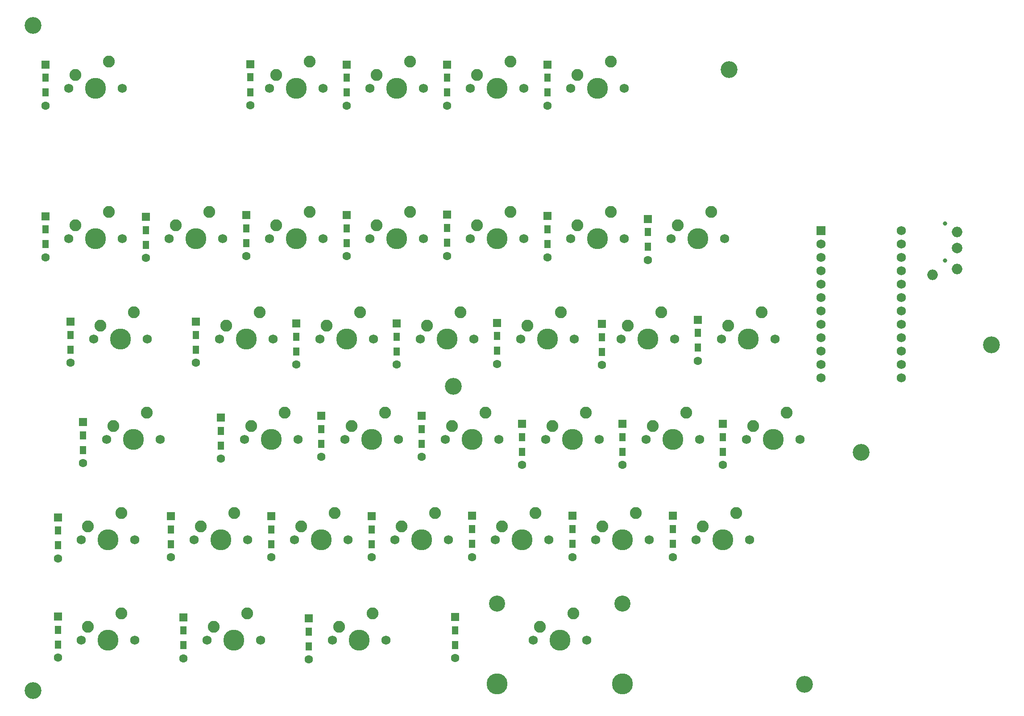
<source format=gbr>
%TF.GenerationSoftware,KiCad,Pcbnew,(5.1.4)-1*%
%TF.CreationDate,2021-04-07T12:38:03+03:00*%
%TF.ProjectId,SplitH,53706c69-7448-42e6-9b69-6361645f7063,rev?*%
%TF.SameCoordinates,Original*%
%TF.FileFunction,Soldermask,Bot*%
%TF.FilePolarity,Negative*%
%FSLAX46Y46*%
G04 Gerber Fmt 4.6, Leading zero omitted, Abs format (unit mm)*
G04 Created by KiCad (PCBNEW (5.1.4)-1) date 2021-04-07 12:38:03*
%MOMM*%
%LPD*%
G04 APERTURE LIST*
%ADD10C,1.750000*%
%ADD11C,2.250000*%
%ADD12C,3.987800*%
%ADD13C,1.752600*%
%ADD14R,1.752600X1.752600*%
%ADD15C,3.200000*%
%ADD16C,3.048000*%
%ADD17R,1.200000X1.600000*%
%ADD18C,1.600000*%
%ADD19R,1.600000X1.600000*%
%ADD20O,2.000000X2.000000*%
%ADD21C,0.800000*%
%ADD22C,2.000000*%
G04 APERTURE END LIST*
D10*
%TO.C,SW8*%
X52705200Y-57150240D03*
X42545200Y-57150240D03*
D11*
X43815200Y-54610240D03*
D12*
X47625200Y-57150240D03*
D11*
X50165200Y-52070240D03*
%TD*%
%TO.C,SW32*%
X135890000Y-71120000D03*
D12*
X133350000Y-76200000D03*
D11*
X129540000Y-73660000D03*
D10*
X128270000Y-76200000D03*
X138430000Y-76200000D03*
%TD*%
D13*
%TO.C,J1*%
X181451980Y-55626000D03*
X166211980Y-83566000D03*
X181451980Y-58166000D03*
X181451980Y-60706000D03*
X181451980Y-63246000D03*
X181451980Y-65786000D03*
X181451980Y-68326000D03*
X181451980Y-70866000D03*
X181451980Y-73406000D03*
X181451980Y-75946000D03*
X181451980Y-78486000D03*
X181451980Y-81026000D03*
X181451980Y-83566000D03*
X166211980Y-81026000D03*
X166211980Y-78486000D03*
X166211980Y-75946000D03*
X166211980Y-73406000D03*
X166211980Y-70866000D03*
X166211980Y-68326000D03*
X166211980Y-65786000D03*
X166211980Y-63246000D03*
X166211980Y-60706000D03*
X166211980Y-58166000D03*
D14*
X166211980Y-55626000D03*
%TD*%
D10*
%TO.C,SW10*%
X66992760Y-95250400D03*
X56832760Y-95250400D03*
D11*
X58102760Y-92710400D03*
D12*
X61912760Y-95250400D03*
D11*
X64452760Y-90170400D03*
%TD*%
D10*
%TO.C,SW16*%
X86042840Y-95250400D03*
X75882840Y-95250400D03*
D11*
X77152840Y-92710400D03*
D12*
X80962840Y-95250400D03*
D11*
X83502840Y-90170400D03*
%TD*%
D10*
%TO.C,SW18*%
X83661580Y-133350560D03*
X73501580Y-133350560D03*
D11*
X74771580Y-130810560D03*
D12*
X78581580Y-133350560D03*
D11*
X81121580Y-128270560D03*
%TD*%
%TO.C,SW38*%
X154940000Y-71120000D03*
D12*
X152400000Y-76200000D03*
D11*
X148590000Y-73660000D03*
D10*
X147320000Y-76200000D03*
X157480000Y-76200000D03*
%TD*%
%TO.C,SW5*%
X36036380Y-114300480D03*
X25876380Y-114300480D03*
D11*
X27146380Y-111760480D03*
D12*
X30956380Y-114300480D03*
D11*
X33496380Y-109220480D03*
%TD*%
D10*
%TO.C,SW3*%
X38417640Y-76200320D03*
X28257640Y-76200320D03*
D11*
X29527640Y-73660320D03*
D12*
X33337640Y-76200320D03*
D11*
X35877640Y-71120320D03*
%TD*%
D15*
%TO.C,REF\002A\002A*%
X96441030Y-85130060D03*
%TD*%
D11*
%TO.C,SW24*%
X119221250Y-128270000D03*
D12*
X116681250Y-133350000D03*
D11*
X112871250Y-130810000D03*
D10*
X111601250Y-133350000D03*
X121761250Y-133350000D03*
D16*
X104775000Y-126365000D03*
X128587500Y-126365000D03*
D12*
X104775000Y-141605000D03*
X128587500Y-141605000D03*
%TD*%
D17*
%TO.C,D32*%
X124618750Y-78592200D03*
X124618750Y-75792200D03*
D18*
X124618750Y-81092200D03*
D19*
X124618750Y-73292200D03*
%TD*%
D17*
%TO.C,D24*%
X96837500Y-134223450D03*
X96837500Y-131423450D03*
D18*
X96837500Y-136723450D03*
D19*
X96837500Y-128923450D03*
%TD*%
D11*
%TO.C,SW37*%
X145415000Y-52070000D03*
D12*
X142875000Y-57150000D03*
D11*
X139065000Y-54610000D03*
D10*
X137795000Y-57150000D03*
X147955000Y-57150000D03*
%TD*%
D11*
%TO.C,SW34*%
X131127500Y-109220000D03*
D12*
X128587500Y-114300000D03*
D11*
X124777500Y-111760000D03*
D10*
X123507500Y-114300000D03*
X133667500Y-114300000D03*
%TD*%
D11*
%TO.C,SW31*%
X126365000Y-52070000D03*
D12*
X123825000Y-57150000D03*
D11*
X120015000Y-54610000D03*
D10*
X118745000Y-57150000D03*
X128905000Y-57150000D03*
%TD*%
D11*
%TO.C,SW33*%
X140652500Y-90170000D03*
D12*
X138112500Y-95250000D03*
D11*
X134302500Y-92710000D03*
D10*
X133032500Y-95250000D03*
X143192500Y-95250000D03*
%TD*%
D11*
%TO.C,SW39*%
X159702500Y-90170000D03*
D12*
X157162500Y-95250000D03*
D11*
X153352500Y-92710000D03*
D10*
X152082500Y-95250000D03*
X162242500Y-95250000D03*
%TD*%
D11*
%TO.C,SW40*%
X150177500Y-109220000D03*
D12*
X147637500Y-114300000D03*
D11*
X143827500Y-111760000D03*
D10*
X142557500Y-114300000D03*
X152717500Y-114300000D03*
%TD*%
D17*
%TO.C,D31*%
X114300000Y-58142200D03*
X114300000Y-55342200D03*
D18*
X114300000Y-60642200D03*
D19*
X114300000Y-52842200D03*
%TD*%
D11*
%TO.C,SW7*%
X69215000Y-23495000D03*
D12*
X66675000Y-28575000D03*
D11*
X62865000Y-26035000D03*
D10*
X61595000Y-28575000D03*
X71755000Y-28575000D03*
%TD*%
D17*
%TO.C,D37*%
X133350000Y-58679700D03*
X133350000Y-55879700D03*
D18*
X133350000Y-61179700D03*
D19*
X133350000Y-53379700D03*
%TD*%
D17*
%TO.C,D7*%
X57943750Y-29310950D03*
X57943750Y-26510950D03*
D18*
X57943750Y-31810950D03*
D19*
X57943750Y-24010950D03*
%TD*%
D10*
%TO.C,SW21*%
X100330400Y-76200320D03*
X90170400Y-76200320D03*
D11*
X91440400Y-73660320D03*
D12*
X95250400Y-76200320D03*
D11*
X97790400Y-71120320D03*
%TD*%
D10*
%TO.C,SW25*%
X128905000Y-28575120D03*
X118745000Y-28575120D03*
D11*
X120015000Y-26035120D03*
D12*
X123825000Y-28575120D03*
D11*
X126365000Y-23495120D03*
%TD*%
D10*
%TO.C,SW26*%
X109855000Y-57150000D03*
X99695000Y-57150000D03*
D11*
X100965000Y-54610000D03*
D12*
X104775000Y-57150000D03*
D11*
X107315000Y-52070000D03*
%TD*%
D10*
%TO.C,SW14*%
X71755280Y-57150240D03*
X61595280Y-57150240D03*
D11*
X62865280Y-54610240D03*
D12*
X66675280Y-57150240D03*
D11*
X69215280Y-52070240D03*
%TD*%
D10*
%TO.C,SW2*%
X33655120Y-57150240D03*
X23495120Y-57150240D03*
D11*
X24765120Y-54610240D03*
D12*
X28575120Y-57150240D03*
D11*
X31115120Y-52070240D03*
%TD*%
D15*
%TO.C,REF\002A\002A*%
X173831980Y-97631660D03*
%TD*%
%TO.C,REF\002A\002A*%
X148828750Y-25003230D03*
%TD*%
%TO.C,REF\002A\002A*%
X16668820Y-142875600D03*
%TD*%
%TO.C,REF\002A\002A*%
X16668820Y-16668820D03*
%TD*%
%TO.C,REF\002A\002A*%
X198532550Y-77240175D03*
%TD*%
%TO.C,REF\002A\002A*%
X163116310Y-141684970D03*
%TD*%
D10*
%TO.C,SW12*%
X59848980Y-133350560D03*
X49688980Y-133350560D03*
D11*
X50958980Y-130810560D03*
D12*
X54768980Y-133350560D03*
D11*
X57308980Y-128270560D03*
%TD*%
D10*
%TO.C,SW6*%
X36036380Y-133350560D03*
X25876380Y-133350560D03*
D11*
X27146380Y-130810560D03*
D12*
X30956380Y-133350560D03*
D11*
X33496380Y-128270560D03*
%TD*%
D10*
%TO.C,SW4*%
X40798900Y-95250400D03*
X30638900Y-95250400D03*
D11*
X31908900Y-92710400D03*
D12*
X35718900Y-95250400D03*
D11*
X38258900Y-90170400D03*
%TD*%
D10*
%TO.C,SW29*%
X114617500Y-114300000D03*
X104457500Y-114300000D03*
D11*
X105727500Y-111760000D03*
D12*
X109537500Y-114300000D03*
D11*
X112077500Y-109220000D03*
%TD*%
D10*
%TO.C,SW28*%
X124142500Y-95250000D03*
X113982500Y-95250000D03*
D11*
X115252500Y-92710000D03*
D12*
X119062500Y-95250000D03*
D11*
X121602500Y-90170000D03*
%TD*%
D10*
%TO.C,SW27*%
X119380000Y-76200000D03*
X109220000Y-76200000D03*
D11*
X110490000Y-73660000D03*
D12*
X114300000Y-76200000D03*
D11*
X116840000Y-71120000D03*
%TD*%
D10*
%TO.C,SW23*%
X95567880Y-114300480D03*
X85407880Y-114300480D03*
D11*
X86677880Y-111760480D03*
D12*
X90487880Y-114300480D03*
D11*
X93027880Y-109220480D03*
%TD*%
D10*
%TO.C,SW22*%
X105092920Y-95250400D03*
X94932920Y-95250400D03*
D11*
X96202920Y-92710400D03*
D12*
X100012920Y-95250400D03*
D11*
X102552920Y-90170400D03*
%TD*%
D10*
%TO.C,SW20*%
X90805360Y-57150240D03*
X80645360Y-57150240D03*
D11*
X81915360Y-54610240D03*
D12*
X85725360Y-57150240D03*
D11*
X88265360Y-52070240D03*
%TD*%
D10*
%TO.C,SW19*%
X109855360Y-28575120D03*
X99695360Y-28575120D03*
D11*
X100965360Y-26035120D03*
D12*
X104775360Y-28575120D03*
D11*
X107315360Y-23495120D03*
%TD*%
D10*
%TO.C,SW17*%
X76517800Y-114300480D03*
X66357800Y-114300480D03*
D11*
X67627800Y-111760480D03*
D12*
X71437800Y-114300480D03*
D11*
X73977800Y-109220480D03*
%TD*%
D10*
%TO.C,SW15*%
X81280320Y-76200320D03*
X71120320Y-76200320D03*
D11*
X72390320Y-73660320D03*
D12*
X76200320Y-76200320D03*
D11*
X78740320Y-71120320D03*
%TD*%
D10*
%TO.C,SW13*%
X90805000Y-28575120D03*
X80645000Y-28575120D03*
D11*
X81915000Y-26035120D03*
D12*
X85725000Y-28575120D03*
D11*
X88265000Y-23495120D03*
%TD*%
D10*
%TO.C,SW11*%
X57467720Y-114300480D03*
X47307720Y-114300480D03*
D11*
X48577720Y-111760480D03*
D12*
X52387720Y-114300480D03*
D11*
X54927720Y-109220480D03*
%TD*%
D10*
%TO.C,SW9*%
X62230240Y-76200320D03*
X52070240Y-76200320D03*
D11*
X53340240Y-73660320D03*
D12*
X57150240Y-76200320D03*
D11*
X59690240Y-71120320D03*
%TD*%
D10*
%TO.C,SW1*%
X33655120Y-28575120D03*
X23495120Y-28575120D03*
D11*
X24765120Y-26035120D03*
D12*
X28575120Y-28575120D03*
D11*
X31115120Y-23495120D03*
%TD*%
D20*
%TO.C,J2*%
X187424000Y-63980000D03*
X192024000Y-62880000D03*
X192024000Y-55880000D03*
D21*
X189724000Y-61280000D03*
X189724000Y-54280000D03*
D22*
X192024000Y-58880000D03*
%TD*%
D17*
%TO.C,D40*%
X138112500Y-115035950D03*
X138112500Y-112235950D03*
D18*
X138112500Y-117535950D03*
D19*
X138112500Y-109735950D03*
%TD*%
%TO.C,D39*%
X147637500Y-92273450D03*
D18*
X147637500Y-100073450D03*
D17*
X147637500Y-94773450D03*
X147637500Y-97573450D03*
%TD*%
%TO.C,D38*%
X142875000Y-77798450D03*
X142875000Y-74998450D03*
D18*
X142875000Y-80298450D03*
D19*
X142875000Y-72498450D03*
%TD*%
D17*
%TO.C,D34*%
X119062500Y-115035950D03*
X119062500Y-112235950D03*
D18*
X119062500Y-117535950D03*
D19*
X119062500Y-109735950D03*
%TD*%
D17*
%TO.C,D33*%
X128587500Y-97573450D03*
X128587500Y-94773450D03*
D18*
X128587500Y-100073450D03*
D19*
X128587500Y-92273450D03*
%TD*%
D17*
%TO.C,D29*%
X100012500Y-115035950D03*
X100012500Y-112235950D03*
D18*
X100012500Y-117535950D03*
D19*
X100012500Y-109735950D03*
%TD*%
D17*
%TO.C,D28*%
X109537500Y-97573450D03*
X109537500Y-94773450D03*
D18*
X109537500Y-100073450D03*
D19*
X109537500Y-92273450D03*
%TD*%
D17*
%TO.C,D27*%
X104775000Y-78404700D03*
X104775000Y-75604700D03*
D18*
X104775000Y-80904700D03*
D19*
X104775000Y-73104700D03*
%TD*%
D17*
%TO.C,D26*%
X95250000Y-57885950D03*
X95250000Y-55085950D03*
D18*
X95250000Y-60385950D03*
D19*
X95250000Y-52585950D03*
%TD*%
D17*
%TO.C,D25*%
X114300000Y-29379700D03*
X114300000Y-26579700D03*
D18*
X114300000Y-31879700D03*
D19*
X114300000Y-24079700D03*
%TD*%
D17*
%TO.C,D23*%
X80962840Y-115105180D03*
X80962840Y-112305180D03*
D18*
X80962840Y-117605180D03*
D19*
X80962840Y-109805180D03*
%TD*%
D17*
%TO.C,D22*%
X90487880Y-96055100D03*
X90487880Y-93255100D03*
D18*
X90487880Y-98555100D03*
D19*
X90487880Y-90755100D03*
%TD*%
D17*
%TO.C,D21*%
X85725360Y-78523760D03*
X85725360Y-75723760D03*
D18*
X85725360Y-81023760D03*
D19*
X85725360Y-73223760D03*
%TD*%
D17*
%TO.C,D20*%
X76200320Y-57954940D03*
X76200320Y-55154940D03*
D18*
X76200320Y-60454940D03*
D19*
X76200320Y-52654940D03*
%TD*%
D17*
%TO.C,D19*%
X95250000Y-29379820D03*
X95250000Y-26579820D03*
D18*
X95250000Y-31879820D03*
D19*
X95250000Y-24079820D03*
%TD*%
D17*
%TO.C,D18*%
X69056540Y-134483370D03*
X69056540Y-131683370D03*
D18*
X69056540Y-136983370D03*
D19*
X69056540Y-129183370D03*
%TD*%
D17*
%TO.C,D17*%
X61912760Y-115105180D03*
X61912760Y-112305180D03*
D18*
X61912760Y-117605180D03*
D19*
X61912760Y-109805180D03*
%TD*%
D17*
%TO.C,D16*%
X71437800Y-96055100D03*
X71437800Y-93255100D03*
D18*
X71437800Y-98555100D03*
D19*
X71437800Y-90755100D03*
%TD*%
D17*
%TO.C,D15*%
X66675280Y-78523760D03*
X66675280Y-75723760D03*
D18*
X66675280Y-81023760D03*
D19*
X66675280Y-73223760D03*
%TD*%
D17*
%TO.C,D14*%
X57150240Y-57954940D03*
X57150240Y-55154940D03*
D18*
X57150240Y-60454940D03*
D19*
X57150240Y-52654940D03*
%TD*%
D17*
%TO.C,D13*%
X76200000Y-29379820D03*
X76200000Y-26579820D03*
D18*
X76200000Y-31879820D03*
D19*
X76200000Y-24079820D03*
%TD*%
D17*
%TO.C,D12*%
X45243940Y-134274000D03*
X45243940Y-131474000D03*
D18*
X45243940Y-136774000D03*
D19*
X45243940Y-128974000D03*
%TD*%
D17*
%TO.C,D11*%
X42862680Y-115105180D03*
X42862680Y-112305180D03*
D18*
X42862680Y-117605180D03*
D19*
X42862680Y-109805180D03*
%TD*%
D17*
%TO.C,D10*%
X52387720Y-96383210D03*
X52387720Y-93583210D03*
D18*
X52387720Y-98883210D03*
D19*
X52387720Y-91083210D03*
%TD*%
D17*
%TO.C,D9*%
X47625200Y-78195650D03*
X47625200Y-75395650D03*
D18*
X47625200Y-80695650D03*
D19*
X47625200Y-72895650D03*
%TD*%
D17*
%TO.C,D8*%
X38100160Y-58283050D03*
X38100160Y-55483050D03*
D18*
X38100160Y-60783050D03*
D19*
X38100160Y-52983050D03*
%TD*%
D17*
%TO.C,D6*%
X21431340Y-134155260D03*
X21431340Y-131355260D03*
D18*
X21431340Y-136655260D03*
D19*
X21431340Y-128855260D03*
%TD*%
D17*
%TO.C,D5*%
X21431340Y-115314550D03*
X21431340Y-112514550D03*
D18*
X21431340Y-117814550D03*
D19*
X21431340Y-110014550D03*
%TD*%
D17*
%TO.C,D4*%
X26193860Y-97245730D03*
X26193860Y-94445730D03*
D18*
X26193860Y-99745730D03*
D19*
X26193860Y-91945730D03*
%TD*%
D17*
%TO.C,D3*%
X23812600Y-78195650D03*
X23812600Y-75395650D03*
D18*
X23812600Y-80695650D03*
D19*
X23812600Y-72895650D03*
%TD*%
D17*
%TO.C,D2*%
X19050080Y-58164310D03*
X19050080Y-55364310D03*
D18*
X19050080Y-60664310D03*
D19*
X19050080Y-52864310D03*
%TD*%
D17*
%TO.C,D1*%
X19050080Y-29379820D03*
X19050080Y-26579820D03*
D18*
X19050080Y-31879820D03*
D19*
X19050080Y-24079820D03*
%TD*%
M02*

</source>
